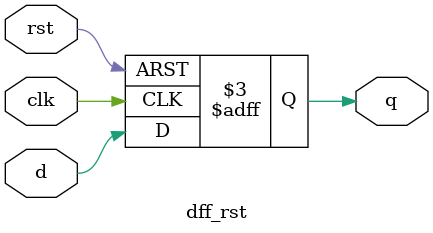
<source format=v>
module dff_rst(
input d,clk,rst,
output reg q);
always @(posedge clk, negedge rst)
begin 
   if(!rst)
    q<=0;
   else
    q<=d;
end
endmodule

</source>
